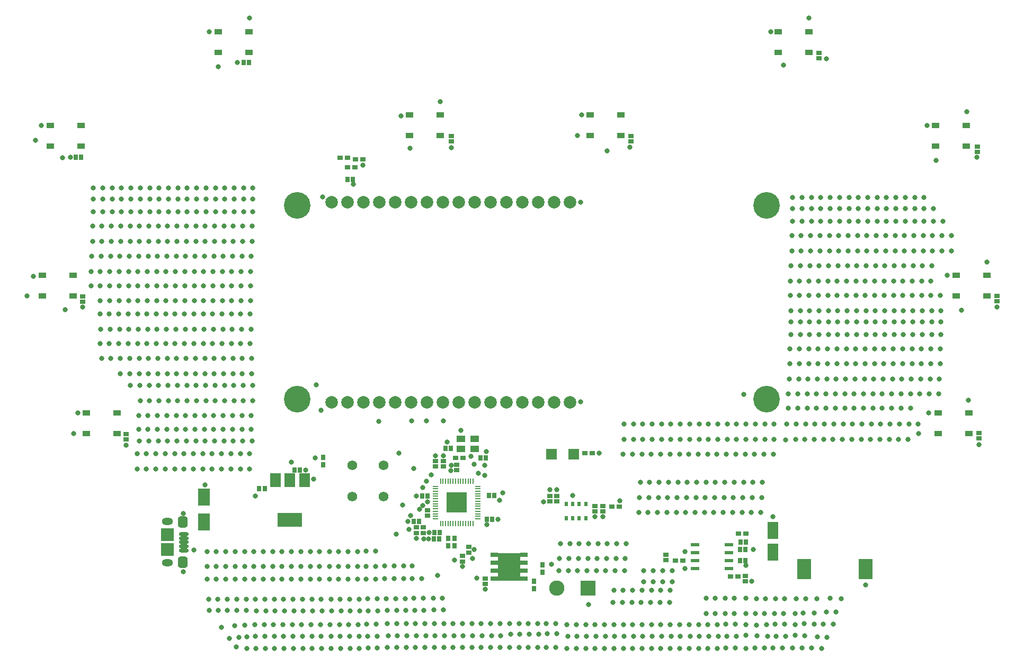
<source format=gbr>
%TF.GenerationSoftware,Altium Limited,Altium Designer,24.6.1 (21)*%
G04 Layer_Color=8388736*
%FSLAX45Y45*%
%MOMM*%
%TF.SameCoordinates,D6E34864-ACFE-43FA-A01B-F9739AC3D18D*%
%TF.FilePolarity,Negative*%
%TF.FileFunction,Soldermask,Top*%
%TF.Part,Single*%
G01*
G75*
%TA.AperFunction,SMDPad,CuDef*%
%ADD10R,0.17780X0.81280*%
%ADD15R,1.46050X0.55880*%
%ADD18R,1.24460X0.93980*%
%ADD25R,0.81280X0.17780*%
%ADD26R,3.20040X3.20040*%
%ADD30R,0.60960X0.71120*%
%ADD31R,1.40000X1.10000*%
%TA.AperFunction,ComponentPad*%
%ADD39C,1.57480*%
%TA.AperFunction,SMDPad,CuDef*%
%ADD58R,0.80320X0.95320*%
%ADD59R,0.80320X0.84320*%
%ADD60R,0.84320X0.80320*%
%ADD61R,0.95320X0.80320*%
%ADD62R,1.80320X2.70320*%
%ADD63R,2.20320X3.20320*%
%ADD64O,1.55320X0.60320*%
%ADD65R,2.00320X2.10320*%
G04:AMPARAMS|DCode=66|XSize=1.8032mm|YSize=1.6032mm|CornerRadius=0.4516mm|HoleSize=0mm|Usage=FLASHONLY|Rotation=90.000|XOffset=0mm|YOffset=0mm|HoleType=Round|Shape=RoundedRectangle|*
%AMROUNDEDRECTD66*
21,1,1.80320,0.70000,0,0,90.0*
21,1,0.90000,1.60320,0,0,90.0*
1,1,0.90320,0.35000,0.45000*
1,1,0.90320,0.35000,-0.45000*
1,1,0.90320,-0.35000,-0.45000*
1,1,0.90320,-0.35000,0.45000*
%
%ADD66ROUNDEDRECTD66*%
%ADD67R,1.90320X2.70320*%
%ADD68R,1.70320X2.20320*%
%ADD69R,4.00320X2.20320*%
%ADD70R,1.16320X0.64320*%
%ADD71R,3.60320X4.50320*%
%ADD72R,1.70320X1.80320*%
%TA.AperFunction,ComponentPad*%
%ADD73C,4.25320*%
%ADD74C,2.00320*%
%ADD75O,1.80320X1.10320*%
%ADD76C,2.45320*%
%ADD77R,2.45320X2.45320*%
%TA.AperFunction,ViaPad*%
%ADD78C,0.80320*%
D10*
X-1098390Y4535650D02*
D03*
X-1298390D02*
D03*
X-1178390Y5216370D02*
D03*
X-858390D02*
D03*
X-898390D02*
D03*
X-938390D02*
D03*
X-978390D02*
D03*
X-1018390D02*
D03*
X-1058390D02*
D03*
X-1138390D02*
D03*
X-1218390D02*
D03*
X-1258390D02*
D03*
X-1298390D02*
D03*
X-1338390D02*
D03*
X-1378390D02*
D03*
Y4535650D02*
D03*
X-1338390D02*
D03*
X-1258390D02*
D03*
X-1218390D02*
D03*
X-1178390D02*
D03*
X-1138390D02*
D03*
X-1058390D02*
D03*
X-1018390D02*
D03*
X-978390D02*
D03*
X-938390D02*
D03*
X-898390D02*
D03*
X-858390D02*
D03*
X-1098390Y5216370D02*
D03*
D15*
X2685895Y4202910D02*
D03*
Y4075910D02*
D03*
Y3948910D02*
D03*
Y3821910D02*
D03*
X3230725D02*
D03*
Y3948910D02*
D03*
Y4075910D02*
D03*
Y4202910D02*
D03*
D18*
X7062950Y5981010D02*
D03*
Y6311010D02*
D03*
X6575270D02*
D03*
Y5981010D02*
D03*
X7355050Y8176910D02*
D03*
Y8506910D02*
D03*
X6867370D02*
D03*
Y8176910D02*
D03*
X6537170Y10576910D02*
D03*
Y10906910D02*
D03*
X7024850D02*
D03*
Y10576910D02*
D03*
X4510250Y12076910D02*
D03*
Y12406910D02*
D03*
X4022570D02*
D03*
Y12076910D02*
D03*
X1500350Y10743510D02*
D03*
Y11073510D02*
D03*
X1012670D02*
D03*
Y10743510D02*
D03*
X-1382550D02*
D03*
Y11073510D02*
D03*
X-1870230D02*
D03*
Y10743510D02*
D03*
X-4443250Y12077010D02*
D03*
Y12407010D02*
D03*
X-4930930D02*
D03*
Y12077010D02*
D03*
X-7122950Y10576910D02*
D03*
Y10906910D02*
D03*
X-7610630D02*
D03*
Y10576910D02*
D03*
X-7249950Y8176910D02*
D03*
Y8506910D02*
D03*
X-7737630D02*
D03*
Y8176910D02*
D03*
X-6551450Y5976910D02*
D03*
Y6306910D02*
D03*
X-7039130D02*
D03*
Y5976910D02*
D03*
D25*
X-778030Y4616010D02*
D03*
Y4656010D02*
D03*
Y4696010D02*
D03*
Y4736010D02*
D03*
Y4776010D02*
D03*
Y4816010D02*
D03*
Y4856010D02*
D03*
Y4896010D02*
D03*
Y4936010D02*
D03*
Y4976010D02*
D03*
Y5016010D02*
D03*
Y5056010D02*
D03*
Y5096010D02*
D03*
Y5136010D02*
D03*
X-1458750D02*
D03*
Y5096010D02*
D03*
Y5056010D02*
D03*
Y5016010D02*
D03*
Y4976010D02*
D03*
Y4936010D02*
D03*
Y4896010D02*
D03*
Y4856010D02*
D03*
Y4816010D02*
D03*
Y4776010D02*
D03*
Y4736010D02*
D03*
Y4696010D02*
D03*
Y4656010D02*
D03*
Y4616010D02*
D03*
D26*
X-1118390Y4876010D02*
D03*
D30*
X944110Y4623280D02*
D03*
X839110D02*
D03*
X734110D02*
D03*
X629110D02*
D03*
Y4849340D02*
D03*
X734110D02*
D03*
X839110D02*
D03*
X944110D02*
D03*
D31*
X-830590Y5735810D02*
D03*
X-1050590Y5895810D02*
D03*
X-830590D02*
D03*
X-1050590Y5735810D02*
D03*
D39*
X-2786790Y4972911D02*
D03*
X-2286790D02*
D03*
Y5472910D02*
D03*
X-2786790D02*
D03*
D58*
X-1155700Y4299300D02*
D03*
Y4184300D02*
D03*
X-1257300Y4299300D02*
D03*
Y4184300D02*
D03*
X-3251990Y5478910D02*
D03*
Y5593910D02*
D03*
X113510Y3497710D02*
D03*
Y3612710D02*
D03*
X253210Y3764410D02*
D03*
Y3879410D02*
D03*
D59*
X-1397000Y4292600D02*
D03*
X-1485000D02*
D03*
X-1391100Y4394200D02*
D03*
X-1479100D02*
D03*
X3497610Y3948910D02*
D03*
X3409610D02*
D03*
X3497610Y4126710D02*
D03*
X3409610D02*
D03*
X3502087Y4244910D02*
D03*
X3414087D02*
D03*
X-4527890Y11911810D02*
D03*
X-4439890D02*
D03*
X-7207590Y10400510D02*
D03*
X-7119590D02*
D03*
X-4275689Y5097610D02*
D03*
X-4187689D02*
D03*
X-3714300Y5397500D02*
D03*
X-3626300D02*
D03*
X-655290Y5587210D02*
D03*
X-743290D02*
D03*
X-1302090Y5739610D02*
D03*
X-1214090D02*
D03*
X-1670390Y4977610D02*
D03*
X-1582390D02*
D03*
X-1809300Y4572000D02*
D03*
X-1721300D02*
D03*
X-603590Y4990310D02*
D03*
X-515590D02*
D03*
X-2864190Y10044910D02*
D03*
X-2776190D02*
D03*
X-641690Y4609310D02*
D03*
X-553690D02*
D03*
D60*
X2221710Y3955710D02*
D03*
Y4043710D02*
D03*
X3491710Y3612810D02*
D03*
Y3700810D02*
D03*
X7225510Y5898810D02*
D03*
Y5986810D02*
D03*
X7517610Y8095910D02*
D03*
Y8183910D02*
D03*
X7200110Y10483510D02*
D03*
Y10571510D02*
D03*
X4672810Y11982110D02*
D03*
Y12070110D02*
D03*
X1662910Y10648610D02*
D03*
Y10736610D02*
D03*
X-1207290Y10648610D02*
D03*
Y10736610D02*
D03*
X-7100090Y8083210D02*
D03*
Y8171210D02*
D03*
X-1118390Y5478810D02*
D03*
Y5390810D02*
D03*
X-1334290Y5454310D02*
D03*
Y5542310D02*
D03*
X-1461290D02*
D03*
Y5454310D02*
D03*
X-1588290Y4754910D02*
D03*
Y4666910D02*
D03*
X-1765300Y4476300D02*
D03*
Y4388300D02*
D03*
X-1651000D02*
D03*
Y4476300D02*
D03*
X-1028700Y3931100D02*
D03*
Y4019100D02*
D03*
X-922683Y4076110D02*
D03*
Y4164111D02*
D03*
X-661190Y3662710D02*
D03*
Y3574710D02*
D03*
X1218410Y4730410D02*
D03*
Y4818410D02*
D03*
X1091410Y4818410D02*
D03*
Y4730410D02*
D03*
X481810Y4983510D02*
D03*
Y4895510D02*
D03*
X367510Y4895510D02*
D03*
Y4983510D02*
D03*
X-6401590Y5974110D02*
D03*
Y5886110D02*
D03*
D61*
X2495110Y3948910D02*
D03*
X2380110D02*
D03*
X3256410Y3694910D02*
D03*
X3371410D02*
D03*
X3498410Y4380710D02*
D03*
X3383410D02*
D03*
X-1137790Y5587210D02*
D03*
X-1022790D02*
D03*
X932310Y5663410D02*
D03*
X1047310D02*
D03*
X1479110Y4812510D02*
D03*
X1364110D02*
D03*
X-2749990Y10235410D02*
D03*
X-2864990D02*
D03*
X-2622990Y10362410D02*
D03*
X-2737990D02*
D03*
X-2864290Y10387810D02*
D03*
X-2979290D02*
D03*
D62*
X3936210Y4078710D02*
D03*
Y4428710D02*
D03*
D63*
X4431510Y3809210D02*
D03*
X5416510D02*
D03*
D64*
X-5478690Y4176010D02*
D03*
Y4111010D02*
D03*
Y4371011D02*
D03*
Y4306010D02*
D03*
Y4241010D02*
D03*
D65*
X-5746190Y4361010D02*
D03*
Y4121010D02*
D03*
D66*
X-5501190Y4561010D02*
D03*
Y3921010D02*
D03*
D67*
X-5156990Y4961710D02*
D03*
Y4561710D02*
D03*
D68*
X-3554600Y5229900D02*
D03*
X-3784600D02*
D03*
X-4014600D02*
D03*
D69*
X-3784600Y4599900D02*
D03*
D70*
X-518190Y3656810D02*
D03*
Y3783810D02*
D03*
Y3910810D02*
D03*
Y4037810D02*
D03*
X-42190D02*
D03*
Y3910810D02*
D03*
Y3783810D02*
D03*
Y3656810D02*
D03*
D71*
X-280190Y3847310D02*
D03*
D72*
X750710Y5650710D02*
D03*
X390710D02*
D03*
D73*
X3834610Y9627010D02*
D03*
X-3665390D02*
D03*
X3834610Y6527010D02*
D03*
X-3665390D02*
D03*
D74*
X694610Y6477010D02*
D03*
X440610D02*
D03*
X186610D02*
D03*
X-67390D02*
D03*
X-321390D02*
D03*
X-575390D02*
D03*
X-829390D02*
D03*
X-1083390D02*
D03*
X-1337390D02*
D03*
X-1591390D02*
D03*
X-1845390D02*
D03*
X-2099390D02*
D03*
X-2353390D02*
D03*
X-2607390D02*
D03*
X-2861390D02*
D03*
X-3115390D02*
D03*
X694610Y9677010D02*
D03*
X440610D02*
D03*
X186610D02*
D03*
X-67390D02*
D03*
X-321390D02*
D03*
X-575390D02*
D03*
X-829390D02*
D03*
X-1083390D02*
D03*
X-1337390D02*
D03*
X-1591390D02*
D03*
X-1845390D02*
D03*
X-2099390D02*
D03*
X-2353390D02*
D03*
X-2607390D02*
D03*
X-2861390D02*
D03*
X-3115390D02*
D03*
D75*
X-5746190Y4571010D02*
D03*
Y3911010D02*
D03*
D76*
X481810Y3504410D02*
D03*
D77*
X981810D02*
D03*
D78*
X989810Y3246506D02*
D03*
X-1981990Y4837910D02*
D03*
X-2044700Y5664200D02*
D03*
X-1713825Y4764748D02*
D03*
X-1856100Y4668857D02*
D03*
X-1658889Y4825179D02*
D03*
X-869729Y3983368D02*
D03*
X-7759700Y10909300D02*
D03*
X-4334604Y4978400D02*
D03*
X-1562100Y4394200D02*
D03*
X-647700Y5689600D02*
D03*
X-431800Y4914900D02*
D03*
X-802790Y3664767D02*
D03*
X393700Y3886200D02*
D03*
X-3404390Y5248214D02*
D03*
X-1568000Y4292600D02*
D03*
X-1423190Y3707610D02*
D03*
X-2083590Y4368010D02*
D03*
X2023847Y3610428D02*
D03*
X2173847D02*
D03*
X2323847D02*
D03*
X1869959Y3609972D02*
D03*
Y3787772D02*
D03*
X2323847Y3788228D02*
D03*
X2173847D02*
D03*
X2023847D02*
D03*
X2279179Y3278421D02*
D03*
X2129179D02*
D03*
X1979179D02*
D03*
X1829179D02*
D03*
X1679179D02*
D03*
X1529179D02*
D03*
X1379179D02*
D03*
X1391879Y3468921D02*
D03*
X1541879D02*
D03*
X1691879D02*
D03*
X1841879D02*
D03*
X1991879D02*
D03*
X2141879D02*
D03*
X2291879D02*
D03*
X512173Y3787776D02*
D03*
X662173D02*
D03*
X812173D02*
D03*
X962173D02*
D03*
X1112173D02*
D03*
X1262173D02*
D03*
X1412173D02*
D03*
X1562173D02*
D03*
X524873Y3978276D02*
D03*
X674873D02*
D03*
X824873D02*
D03*
X974873D02*
D03*
X1124873D02*
D03*
X1274873D02*
D03*
X1424873D02*
D03*
X1574873D02*
D03*
X537573Y4219576D02*
D03*
X687573D02*
D03*
X837573D02*
D03*
X987573D02*
D03*
X1137573D02*
D03*
X1287573D02*
D03*
X1437573D02*
D03*
X1587573D02*
D03*
X4708951Y2540619D02*
D03*
X5026451Y3340719D02*
D03*
X4797851Y2718419D02*
D03*
X4899451Y2934319D02*
D03*
X4937551Y3124819D02*
D03*
X4456344Y3338381D02*
D03*
X4637456Y3337926D02*
D03*
X4303701Y3336655D02*
D03*
X3972589Y3337111D02*
D03*
X4122589D02*
D03*
X3818701Y3336655D02*
D03*
X3668701D02*
D03*
X4445658Y2746678D02*
D03*
X4416835Y3109717D02*
D03*
X4597947Y3109261D02*
D03*
Y2931461D02*
D03*
X4432958Y2937178D02*
D03*
X4121254Y2930871D02*
D03*
X3971254D02*
D03*
X3670932Y2912910D02*
D03*
X3833632Y2925610D02*
D03*
X4286244Y2925154D02*
D03*
Y3102954D02*
D03*
X3955132Y3103410D02*
D03*
X4105132D02*
D03*
X3801244Y3102954D02*
D03*
X3651244D02*
D03*
X3846332Y2735110D02*
D03*
X3683632Y2747810D02*
D03*
X3983954Y2740371D02*
D03*
X4133954D02*
D03*
X4288732Y2750312D02*
D03*
X3501332D02*
D03*
X4847532Y3343308D02*
D03*
X4787110Y3123410D02*
D03*
X4736310Y2932910D02*
D03*
X4644332Y2724912D02*
D03*
X4555432Y2547112D02*
D03*
X4403032D02*
D03*
X4085642Y2552829D02*
D03*
X3935642D02*
D03*
X3648020Y2547568D02*
D03*
X3798020D02*
D03*
X4250632Y2547112D02*
D03*
X-4598190Y2717010D02*
D03*
X-4469933Y2728897D02*
D03*
X-4483333Y3148236D02*
D03*
X-4633333D02*
D03*
X-4783333D02*
D03*
X-4933333D02*
D03*
X-4508733Y2915732D02*
D03*
X-4671433Y2903032D02*
D03*
X-2393846Y2740371D02*
D03*
X-2543846D02*
D03*
X-3131468Y2735110D02*
D03*
X-2981468D02*
D03*
X-2831468D02*
D03*
X-2681468D02*
D03*
X-3285356Y2734654D02*
D03*
X-3435356D02*
D03*
X-3585356D02*
D03*
X-3735356D02*
D03*
X-3885356D02*
D03*
X-4035356D02*
D03*
X-4185356D02*
D03*
X-4335356D02*
D03*
X476354Y2778471D02*
D03*
X326354D02*
D03*
X-261268Y2773210D02*
D03*
X-111268D02*
D03*
X38732D02*
D03*
X188732D02*
D03*
X-415156Y2747354D02*
D03*
X-565156D02*
D03*
X-715156D02*
D03*
X-865156D02*
D03*
X-1015156D02*
D03*
X-1165156D02*
D03*
X-1315156D02*
D03*
X-1465156D02*
D03*
X-1615156D02*
D03*
X-1765156D02*
D03*
X-1915156D02*
D03*
X-2065156D02*
D03*
X-2215156D02*
D03*
X3346554Y2740371D02*
D03*
X3196554D02*
D03*
X2608932Y2735110D02*
D03*
X2758932D02*
D03*
X2908932D02*
D03*
X3058932D02*
D03*
X2455044Y2734654D02*
D03*
X2305044D02*
D03*
X2155044D02*
D03*
X2005044D02*
D03*
X1855044D02*
D03*
X1705044D02*
D03*
X1555044D02*
D03*
X1405044D02*
D03*
X1255044D02*
D03*
X1105044D02*
D03*
X955044D02*
D03*
X805044D02*
D03*
X655044D02*
D03*
X-4476202Y2539414D02*
D03*
X-4641302Y2564814D02*
D03*
X-4755602Y2704514D02*
D03*
X-4882602Y2882314D02*
D03*
X-5077006Y3149014D02*
D03*
X-1483526Y3156843D02*
D03*
X-1333526D02*
D03*
X-1496226Y3347343D02*
D03*
X-1346226D02*
D03*
X-1969429Y3858936D02*
D03*
X-2119429D02*
D03*
X-2269429D02*
D03*
X-1831807Y3864197D02*
D03*
X-1681807Y3660997D02*
D03*
X-1831807D02*
D03*
X-1656407Y3343497D02*
D03*
X-1806407D02*
D03*
X-2244029Y3338236D02*
D03*
X-2094029D02*
D03*
X-1944029D02*
D03*
X-2269429Y3655736D02*
D03*
X-2119429D02*
D03*
X-1969429D02*
D03*
X-1643707Y3152997D02*
D03*
X-1793707D02*
D03*
X-2231329Y3147736D02*
D03*
X-2081329D02*
D03*
X-1931329D02*
D03*
X-2387781Y2547815D02*
D03*
X-2537781D02*
D03*
X-3125404Y2542553D02*
D03*
X-2975404D02*
D03*
X-2825404D02*
D03*
X-2675404D02*
D03*
X-3279292Y2542098D02*
D03*
X-3429292D02*
D03*
X-3579292D02*
D03*
X-3729292D02*
D03*
X-3879292D02*
D03*
X-4029292D02*
D03*
X-4179292D02*
D03*
X-4329292D02*
D03*
X2863844Y3102954D02*
D03*
X3013844D02*
D03*
X2863844Y3344254D02*
D03*
X3013844D02*
D03*
X3317732Y3344710D02*
D03*
X3167732D02*
D03*
X3317732Y3103410D02*
D03*
X3167732D02*
D03*
X3498844Y3344254D02*
D03*
Y3102954D02*
D03*
Y2925154D02*
D03*
Y2544154D02*
D03*
X642344D02*
D03*
X792344D02*
D03*
X942344D02*
D03*
X1092344D02*
D03*
X1242344D02*
D03*
X1392344D02*
D03*
X1542344D02*
D03*
X1692344D02*
D03*
X1842344D02*
D03*
X1992344D02*
D03*
X2142344D02*
D03*
X2292344D02*
D03*
X2442344D02*
D03*
X642344Y2925154D02*
D03*
X792344D02*
D03*
X942344D02*
D03*
X1092344D02*
D03*
X1242344D02*
D03*
X1392344D02*
D03*
X1542344D02*
D03*
X1692344D02*
D03*
X1842344D02*
D03*
X1992344D02*
D03*
X2142344D02*
D03*
X2292344D02*
D03*
X2442344D02*
D03*
X3046232Y2925610D02*
D03*
X2896232D02*
D03*
X2746232D02*
D03*
X2596232D02*
D03*
X3046232Y2544610D02*
D03*
X2896232D02*
D03*
X2746232D02*
D03*
X2596232D02*
D03*
X3183854Y2549871D02*
D03*
X3333854D02*
D03*
X3183854Y2930871D02*
D03*
X3333854D02*
D03*
X-2227856Y2556854D02*
D03*
X-2077856D02*
D03*
X-1927856D02*
D03*
X-1777856D02*
D03*
X-1627856D02*
D03*
X-1477856D02*
D03*
X-1327856D02*
D03*
X-1177856D02*
D03*
X-1027856D02*
D03*
X-877856D02*
D03*
X-727856D02*
D03*
X-577856D02*
D03*
X-427856D02*
D03*
X-2227856Y2937854D02*
D03*
X-2077856D02*
D03*
X-1927856D02*
D03*
X-1777856D02*
D03*
X-1627856D02*
D03*
X-1477856D02*
D03*
X-1327856D02*
D03*
X-1177856D02*
D03*
X-1027856D02*
D03*
X-877856D02*
D03*
X-727856D02*
D03*
X-577856D02*
D03*
X-427856D02*
D03*
X176032Y2938310D02*
D03*
X26032D02*
D03*
X-123968D02*
D03*
X-273968D02*
D03*
X176032Y2557310D02*
D03*
X26032D02*
D03*
X-123968D02*
D03*
X-273968D02*
D03*
X313654Y2562571D02*
D03*
X463654D02*
D03*
X313654Y2943571D02*
D03*
X463654D02*
D03*
X-4348056Y2925154D02*
D03*
X-4198056D02*
D03*
X-4048056D02*
D03*
X-3898056D02*
D03*
X-3748056D02*
D03*
X-3598056D02*
D03*
X-3448056D02*
D03*
X-3298056D02*
D03*
X-4322656Y3141054D02*
D03*
X-4172656D02*
D03*
X-4022656D02*
D03*
X-3872656D02*
D03*
X-3722656D02*
D03*
X-3572656D02*
D03*
X-3422656D02*
D03*
X-3272656D02*
D03*
X-2668768Y3141510D02*
D03*
X-2818768D02*
D03*
X-2968768D02*
D03*
X-3118768D02*
D03*
X-2694168Y2925610D02*
D03*
X-2844168D02*
D03*
X-2994168D02*
D03*
X-3144168D02*
D03*
X-2556546Y2930871D02*
D03*
X-2406546D02*
D03*
X-2531146Y3146771D02*
D03*
X-2381146D02*
D03*
X-5085356Y3331554D02*
D03*
X-4935356D02*
D03*
X-4785356D02*
D03*
X-4635356D02*
D03*
X-4485356D02*
D03*
X-4335356D02*
D03*
X-4185356D02*
D03*
X-4035356D02*
D03*
X-3885356D02*
D03*
X-3735356D02*
D03*
X-3585356D02*
D03*
X-3435356D02*
D03*
X-3285356D02*
D03*
X-5110756Y3649054D02*
D03*
X-4960756D02*
D03*
X-4810756D02*
D03*
X-4660756D02*
D03*
X-4510756D02*
D03*
X-4360756D02*
D03*
X-4210756D02*
D03*
X-4060756D02*
D03*
X-3910756D02*
D03*
X-3760756D02*
D03*
X-3610756D02*
D03*
X-3460756D02*
D03*
X-3310756D02*
D03*
X-2706868Y3649510D02*
D03*
X-2856868D02*
D03*
X-3006868D02*
D03*
X-3156868D02*
D03*
X-2681468Y3332010D02*
D03*
X-2831468D02*
D03*
X-2981468D02*
D03*
X-3131468D02*
D03*
X-2543846Y3337271D02*
D03*
X-2393846D02*
D03*
X-2569246Y3654771D02*
D03*
X-2419246D02*
D03*
Y4099271D02*
D03*
X-2569246D02*
D03*
X-2419246Y3857971D02*
D03*
X-2569246D02*
D03*
X-3156868Y3852710D02*
D03*
X-3006868D02*
D03*
X-2856868D02*
D03*
X-2706868D02*
D03*
X-3156868Y4094010D02*
D03*
X-3006868D02*
D03*
X-2856868D02*
D03*
X-2706868D02*
D03*
X-3310756Y4093554D02*
D03*
X-3460756D02*
D03*
X-3610756D02*
D03*
X-3760756D02*
D03*
X-3910756D02*
D03*
X-4060756D02*
D03*
X-4210756D02*
D03*
X-4360756D02*
D03*
X-4510756D02*
D03*
X-4660756D02*
D03*
X-4810756D02*
D03*
X-4960756D02*
D03*
X-5110756D02*
D03*
X-3310756Y3852254D02*
D03*
X-3460756D02*
D03*
X-3610756D02*
D03*
X-3760756D02*
D03*
X-3910756D02*
D03*
X-4060756D02*
D03*
X-4210756D02*
D03*
X-4360756D02*
D03*
X-4510756D02*
D03*
X-4660756D02*
D03*
X-4810756D02*
D03*
X-4960756D02*
D03*
X-5110756D02*
D03*
X-5322090Y4114010D02*
D03*
X4293776Y5886029D02*
D03*
X4443776D02*
D03*
X4593776D02*
D03*
X4743776D02*
D03*
X4893776D02*
D03*
X5043776D02*
D03*
X5193776D02*
D03*
X5343776D02*
D03*
X5493776D02*
D03*
X5643776D02*
D03*
X5793776D02*
D03*
X5943776D02*
D03*
X6093776D02*
D03*
X4156476Y6127329D02*
D03*
X4306476D02*
D03*
X4456476D02*
D03*
X4606476D02*
D03*
X4756476D02*
D03*
X4906476D02*
D03*
X5056476D02*
D03*
X5206476D02*
D03*
X5356476D02*
D03*
X5506476D02*
D03*
X5656476D02*
D03*
X5806476D02*
D03*
X5956476D02*
D03*
X6106476D02*
D03*
X6256476D02*
D03*
X4139410Y5879310D02*
D03*
X3764773Y5197476D02*
D03*
X3614773D02*
D03*
X3464773D02*
D03*
X3314773D02*
D03*
X3164773D02*
D03*
X3014773D02*
D03*
X2864773D02*
D03*
X2714773D02*
D03*
X2564773D02*
D03*
X2414773D02*
D03*
X2264773D02*
D03*
X2114773D02*
D03*
X1964773D02*
D03*
X1814773D02*
D03*
X3752073Y4956176D02*
D03*
X3602073D02*
D03*
X3452073D02*
D03*
X3302073D02*
D03*
X3152073D02*
D03*
X3002073D02*
D03*
X2852073D02*
D03*
X2702073D02*
D03*
X2552073D02*
D03*
X2402073D02*
D03*
X2252073D02*
D03*
X2102073D02*
D03*
X1952073D02*
D03*
X1802073D02*
D03*
X3739373Y4714876D02*
D03*
X3589373D02*
D03*
X3439373D02*
D03*
X3289373D02*
D03*
X3139373D02*
D03*
X2989373D02*
D03*
X2839373D02*
D03*
X2689373D02*
D03*
X2539373D02*
D03*
X2389373D02*
D03*
X2239373D02*
D03*
X2089373D02*
D03*
X1939373D02*
D03*
X1789373D02*
D03*
X1540276Y5644729D02*
D03*
X1690276D02*
D03*
X1840276D02*
D03*
X1990276D02*
D03*
X2140276D02*
D03*
X2290276D02*
D03*
X2440276D02*
D03*
X2590276D02*
D03*
X2740276D02*
D03*
X2890276D02*
D03*
X3040276D02*
D03*
X3190276D02*
D03*
X3340276D02*
D03*
X3490276D02*
D03*
X3640276D02*
D03*
X3790276D02*
D03*
X3940276D02*
D03*
X1552976Y5886029D02*
D03*
X1702976D02*
D03*
X1852976D02*
D03*
X2002976D02*
D03*
X2152976D02*
D03*
X2302976D02*
D03*
X2452976D02*
D03*
X2602976D02*
D03*
X2752976D02*
D03*
X2902976D02*
D03*
X3052976D02*
D03*
X3202976D02*
D03*
X3352976D02*
D03*
X3502976D02*
D03*
X3652976D02*
D03*
X3802976D02*
D03*
X3952976D02*
D03*
X1552976Y6127329D02*
D03*
X1702976D02*
D03*
X1852976D02*
D03*
X2002976D02*
D03*
X2152976D02*
D03*
X2302976D02*
D03*
X2452976D02*
D03*
X2602976D02*
D03*
X2752976D02*
D03*
X2902976D02*
D03*
X3052976D02*
D03*
X3202976D02*
D03*
X3352976D02*
D03*
X3502976D02*
D03*
X3652976D02*
D03*
X3802976D02*
D03*
X3952976D02*
D03*
X4219976Y7943429D02*
D03*
X4369976D02*
D03*
X4519976D02*
D03*
X4669976D02*
D03*
X4819976D02*
D03*
X4969976D02*
D03*
X5119976D02*
D03*
X5269976D02*
D03*
X5419976D02*
D03*
X5569976D02*
D03*
X5719976D02*
D03*
X5869976D02*
D03*
X6019976D02*
D03*
X6169976D02*
D03*
X6319976D02*
D03*
X6469976D02*
D03*
X6619976D02*
D03*
Y7765629D02*
D03*
X6469976D02*
D03*
X6319976D02*
D03*
X6169976D02*
D03*
X6019976D02*
D03*
X5869976D02*
D03*
X5719976D02*
D03*
X5569976D02*
D03*
X5419976D02*
D03*
X5269976D02*
D03*
X5119976D02*
D03*
X4969976D02*
D03*
X4819976D02*
D03*
X4669976D02*
D03*
X4519976D02*
D03*
X4369976D02*
D03*
X4219976D02*
D03*
X6619976Y7562429D02*
D03*
X6469976D02*
D03*
X6319976D02*
D03*
X6169976D02*
D03*
X6019976D02*
D03*
X5869976D02*
D03*
X5719976D02*
D03*
X5569976D02*
D03*
X5419976D02*
D03*
X5269976D02*
D03*
X5119976D02*
D03*
X4969976D02*
D03*
X4819976D02*
D03*
X4669976D02*
D03*
X4519976D02*
D03*
X4369976D02*
D03*
X4219976D02*
D03*
X6607276Y7333829D02*
D03*
X6457276D02*
D03*
X6307276D02*
D03*
X6157276D02*
D03*
X6007276D02*
D03*
X5857276D02*
D03*
X5707276D02*
D03*
X5557276D02*
D03*
X5407276D02*
D03*
X5257276D02*
D03*
X5107276D02*
D03*
X4957276D02*
D03*
X4807276D02*
D03*
X4657276D02*
D03*
X4507276D02*
D03*
X4357276D02*
D03*
X4207276D02*
D03*
X6607276Y7092529D02*
D03*
X6457276D02*
D03*
X6307276D02*
D03*
X6157276D02*
D03*
X6007276D02*
D03*
X5857276D02*
D03*
X5707276D02*
D03*
X5557276D02*
D03*
X5407276D02*
D03*
X5257276D02*
D03*
X5107276D02*
D03*
X4957276D02*
D03*
X4807276D02*
D03*
X4657276D02*
D03*
X4507276D02*
D03*
X4357276D02*
D03*
X4207276D02*
D03*
X6594576Y6851229D02*
D03*
X6444576D02*
D03*
X6294576D02*
D03*
X6144576D02*
D03*
X5994576D02*
D03*
X5844576D02*
D03*
X5694576D02*
D03*
X5544576D02*
D03*
X5394576D02*
D03*
X5244576D02*
D03*
X5094576D02*
D03*
X4944576D02*
D03*
X4794576D02*
D03*
X4644576D02*
D03*
X4494576D02*
D03*
X4344576D02*
D03*
X4194576D02*
D03*
X6581876Y6609929D02*
D03*
X6431876D02*
D03*
X6281876D02*
D03*
X6131876D02*
D03*
X5981876D02*
D03*
X5831876D02*
D03*
X5681876D02*
D03*
X5531876D02*
D03*
X5381876D02*
D03*
X5231876D02*
D03*
X5081876D02*
D03*
X4931876D02*
D03*
X4781876D02*
D03*
X4631876D02*
D03*
X4481876D02*
D03*
X4331876D02*
D03*
X4181876D02*
D03*
X6131876Y6381329D02*
D03*
X5981876D02*
D03*
X5831876D02*
D03*
X5681876D02*
D03*
X5531876D02*
D03*
X5381876D02*
D03*
X5231876D02*
D03*
X5081876D02*
D03*
X4931876D02*
D03*
X4781876D02*
D03*
X4631876D02*
D03*
X4481876D02*
D03*
X4331876D02*
D03*
X4181876D02*
D03*
X4249210Y9752810D02*
D03*
X4399210D02*
D03*
X4549210D02*
D03*
X4699210D02*
D03*
X4849210D02*
D03*
X4999210D02*
D03*
X5149210D02*
D03*
X5299210D02*
D03*
X5449210D02*
D03*
X5599210D02*
D03*
X5749210D02*
D03*
X5899210D02*
D03*
X6049210D02*
D03*
X6199210D02*
D03*
X6349210D02*
D03*
X6499210Y9575010D02*
D03*
X6349210D02*
D03*
X6199210D02*
D03*
X6049210D02*
D03*
X5899210D02*
D03*
X5749210D02*
D03*
X5599210D02*
D03*
X5449210D02*
D03*
X5299210D02*
D03*
X5149210D02*
D03*
X4999210D02*
D03*
X4849210D02*
D03*
X4699210D02*
D03*
X4549210D02*
D03*
X4399210D02*
D03*
X4249210D02*
D03*
X6649210Y9371810D02*
D03*
X6499210D02*
D03*
X6349210D02*
D03*
X6199210D02*
D03*
X6049210D02*
D03*
X5899210D02*
D03*
X5749210D02*
D03*
X5599210D02*
D03*
X5449210D02*
D03*
X5299210D02*
D03*
X5149210D02*
D03*
X4999210D02*
D03*
X4849210D02*
D03*
X4699210D02*
D03*
X4549210D02*
D03*
X4399210D02*
D03*
X4249210D02*
D03*
X6786510Y9143210D02*
D03*
X6636510D02*
D03*
X6486510D02*
D03*
X6336510D02*
D03*
X6186510D02*
D03*
X6036510D02*
D03*
X5886510D02*
D03*
X5736510D02*
D03*
X5586510D02*
D03*
X5436510D02*
D03*
X5286510D02*
D03*
X5136510D02*
D03*
X4986510D02*
D03*
X4836510D02*
D03*
X4686510D02*
D03*
X4536510D02*
D03*
X4386510D02*
D03*
X4236510D02*
D03*
X6786510Y8901910D02*
D03*
X6636510D02*
D03*
X6486510D02*
D03*
X6336510D02*
D03*
X6186510D02*
D03*
X6036510D02*
D03*
X5886510D02*
D03*
X5736510D02*
D03*
X5586510D02*
D03*
X5436510D02*
D03*
X5286510D02*
D03*
X5136510D02*
D03*
X4986510D02*
D03*
X4836510D02*
D03*
X4686510D02*
D03*
X4536510D02*
D03*
X4386510D02*
D03*
X4236510D02*
D03*
X6473810Y8660610D02*
D03*
X6323810D02*
D03*
X6173810D02*
D03*
X6023810D02*
D03*
X5873810D02*
D03*
X5723810D02*
D03*
X5573810D02*
D03*
X5423810D02*
D03*
X5273810D02*
D03*
X5123810D02*
D03*
X4973810D02*
D03*
X4823810D02*
D03*
X4673810D02*
D03*
X4523810D02*
D03*
X4373810D02*
D03*
X4223810D02*
D03*
X6461110Y8419310D02*
D03*
X6311110D02*
D03*
X6161110D02*
D03*
X6011110D02*
D03*
X5861110D02*
D03*
X5711110D02*
D03*
X5561110D02*
D03*
X5411110D02*
D03*
X5261110D02*
D03*
X5111110D02*
D03*
X4961110D02*
D03*
X4811110D02*
D03*
X4661110D02*
D03*
X4511110D02*
D03*
X4361110D02*
D03*
X4211110D02*
D03*
X6611110Y8190710D02*
D03*
X6461110D02*
D03*
X6311110D02*
D03*
X6161110D02*
D03*
X6011110D02*
D03*
X5861110D02*
D03*
X5711110D02*
D03*
X5561110D02*
D03*
X5411110D02*
D03*
X5261110D02*
D03*
X5111110D02*
D03*
X4961110D02*
D03*
X4811110D02*
D03*
X4661110D02*
D03*
X4511110D02*
D03*
X4361110D02*
D03*
X4211110D02*
D03*
X-6228356Y5414354D02*
D03*
X-6078356D02*
D03*
X-5928356D02*
D03*
X-5778356D02*
D03*
X-5628356D02*
D03*
X-5478356D02*
D03*
X-5328356D02*
D03*
X-5178356D02*
D03*
X-5028356D02*
D03*
X-4878356D02*
D03*
X-4728356D02*
D03*
X-4578356D02*
D03*
X-4428356D02*
D03*
X-6228356Y5655654D02*
D03*
X-6078356D02*
D03*
X-5928356D02*
D03*
X-5778356D02*
D03*
X-5628356D02*
D03*
X-5478356D02*
D03*
X-5328356D02*
D03*
X-5178356D02*
D03*
X-5028356D02*
D03*
X-4878356D02*
D03*
X-4728356D02*
D03*
X-4578356D02*
D03*
X-4428356D02*
D03*
X-6190256Y5858854D02*
D03*
X-6040256D02*
D03*
X-5890256D02*
D03*
X-5740256D02*
D03*
X-5590256D02*
D03*
X-5440256D02*
D03*
X-5290256D02*
D03*
X-5140256D02*
D03*
X-4990256D02*
D03*
X-4840256D02*
D03*
X-4690256D02*
D03*
X-4540256D02*
D03*
X-4390256D02*
D03*
X-6202956Y6049354D02*
D03*
X-6052956D02*
D03*
X-5902956D02*
D03*
X-5752956D02*
D03*
X-5602956D02*
D03*
X-5452956D02*
D03*
X-5302956D02*
D03*
X-5152956D02*
D03*
X-5002956D02*
D03*
X-4852956D02*
D03*
X-4702956D02*
D03*
X-4552956D02*
D03*
X-4402956D02*
D03*
X-6202956Y6265254D02*
D03*
X-6052956D02*
D03*
X-5902956D02*
D03*
X-5752956D02*
D03*
X-5602956D02*
D03*
X-5452956D02*
D03*
X-5302956D02*
D03*
X-5152956D02*
D03*
X-5002956D02*
D03*
X-4852956D02*
D03*
X-4702956D02*
D03*
X-4552956D02*
D03*
X-4402956D02*
D03*
X-4378758Y6504949D02*
D03*
X-4528758D02*
D03*
X-4678758D02*
D03*
X-4828758D02*
D03*
X-4978758D02*
D03*
X-5128758D02*
D03*
X-5278758D02*
D03*
X-5428758D02*
D03*
X-5578758D02*
D03*
X-5728758D02*
D03*
X-5878758D02*
D03*
X-6028758D02*
D03*
X-6178758D02*
D03*
X-6333307Y6746827D02*
D03*
X-6183307D02*
D03*
X-6033307D02*
D03*
X-5883307D02*
D03*
X-5733307D02*
D03*
X-5583307D02*
D03*
X-5433307D02*
D03*
X-5283307D02*
D03*
X-5133307D02*
D03*
X-4983307D02*
D03*
X-4833307D02*
D03*
X-4683307D02*
D03*
X-4533307D02*
D03*
X-4383307D02*
D03*
X-4396007Y6937327D02*
D03*
X-4546007D02*
D03*
X-4696007D02*
D03*
X-4846007D02*
D03*
X-4996007D02*
D03*
X-5146007D02*
D03*
X-5296007D02*
D03*
X-5446007D02*
D03*
X-5596007D02*
D03*
X-5746007D02*
D03*
X-5896007D02*
D03*
X-6046007D02*
D03*
X-6196007D02*
D03*
X-6346007D02*
D03*
X-6496007D02*
D03*
X-4396007Y7178627D02*
D03*
X-4546007D02*
D03*
X-4696007D02*
D03*
X-4846007D02*
D03*
X-4996007D02*
D03*
X-5146007D02*
D03*
X-5296007D02*
D03*
X-5446007D02*
D03*
X-5596007D02*
D03*
X-5746007D02*
D03*
X-5896007D02*
D03*
X-6046007D02*
D03*
X-6196007D02*
D03*
X-6346007D02*
D03*
X-6496007D02*
D03*
X-6646007D02*
D03*
X-6796007D02*
D03*
X-4421407Y7419927D02*
D03*
X-4571407D02*
D03*
X-4721407D02*
D03*
X-4871407D02*
D03*
X-5021407D02*
D03*
X-5171407D02*
D03*
X-5321407D02*
D03*
X-5471407D02*
D03*
X-5621407D02*
D03*
X-5771407D02*
D03*
X-5921407D02*
D03*
X-6071407D02*
D03*
X-6221407D02*
D03*
X-6371407D02*
D03*
X-6521407D02*
D03*
X-6671407D02*
D03*
X-6821407D02*
D03*
X-4408707Y7648527D02*
D03*
X-4558707D02*
D03*
X-4708707D02*
D03*
X-4858707D02*
D03*
X-5008707D02*
D03*
X-5158707D02*
D03*
X-5308707D02*
D03*
X-5458707D02*
D03*
X-5608707D02*
D03*
X-5758707D02*
D03*
X-5908707D02*
D03*
X-6058707D02*
D03*
X-6208707D02*
D03*
X-6358707D02*
D03*
X-6508707D02*
D03*
X-6658707D02*
D03*
X-6808707D02*
D03*
X-4421407Y7889827D02*
D03*
X-4571407D02*
D03*
X-4721407D02*
D03*
X-4871407D02*
D03*
X-5021407D02*
D03*
X-5171407D02*
D03*
X-5321407D02*
D03*
X-5471407D02*
D03*
X-5621407D02*
D03*
X-5771407D02*
D03*
X-5921407D02*
D03*
X-6071407D02*
D03*
X-6221407D02*
D03*
X-6371407D02*
D03*
X-6521407D02*
D03*
X-6671407D02*
D03*
X-6821407D02*
D03*
X-6814890Y8101810D02*
D03*
X-6664890D02*
D03*
X-6514890D02*
D03*
X-6364890D02*
D03*
X-6214890D02*
D03*
X-6064890D02*
D03*
X-5914890D02*
D03*
X-5764890D02*
D03*
X-5614890D02*
D03*
X-5464890D02*
D03*
X-5314890D02*
D03*
X-5164890D02*
D03*
X-5014890D02*
D03*
X-4864890D02*
D03*
X-4714890D02*
D03*
X-4564890D02*
D03*
X-4414890D02*
D03*
X-6964890Y8343110D02*
D03*
X-6814890D02*
D03*
X-6664890D02*
D03*
X-6514890D02*
D03*
X-6364890D02*
D03*
X-6214890D02*
D03*
X-6064890D02*
D03*
X-5914890D02*
D03*
X-5764890D02*
D03*
X-5614890D02*
D03*
X-5464890D02*
D03*
X-5314890D02*
D03*
X-5164890D02*
D03*
X-5014890D02*
D03*
X-4864890D02*
D03*
X-4714890D02*
D03*
X-4564890D02*
D03*
X-4414890D02*
D03*
X-6964890Y8571710D02*
D03*
X-6814890D02*
D03*
X-6664890D02*
D03*
X-6514890D02*
D03*
X-6364890D02*
D03*
X-6214890D02*
D03*
X-6064890D02*
D03*
X-5914890D02*
D03*
X-5764890D02*
D03*
X-5614890D02*
D03*
X-5464890D02*
D03*
X-5314890D02*
D03*
X-5164890D02*
D03*
X-5014890D02*
D03*
X-4864890D02*
D03*
X-4714890D02*
D03*
X-4564890D02*
D03*
X-4414890D02*
D03*
X-6952190Y8813010D02*
D03*
X-6802190D02*
D03*
X-6652190D02*
D03*
X-6502190D02*
D03*
X-6352190D02*
D03*
X-6202190D02*
D03*
X-6052190D02*
D03*
X-5902190D02*
D03*
X-5752190D02*
D03*
X-5602190D02*
D03*
X-5452190D02*
D03*
X-5302190D02*
D03*
X-5152190D02*
D03*
X-5002190D02*
D03*
X-4852190D02*
D03*
X-4702190D02*
D03*
X-4552190D02*
D03*
X-4402190D02*
D03*
X-6939490Y9054310D02*
D03*
X-6789490D02*
D03*
X-6639490D02*
D03*
X-6489490D02*
D03*
X-6339490D02*
D03*
X-6189490D02*
D03*
X-6039490D02*
D03*
X-5889490D02*
D03*
X-5739490D02*
D03*
X-5589490D02*
D03*
X-5439490D02*
D03*
X-5289490D02*
D03*
X-5139490D02*
D03*
X-4989490D02*
D03*
X-4839490D02*
D03*
X-4689490D02*
D03*
X-4539490D02*
D03*
X-4389490D02*
D03*
X-6939490Y9295610D02*
D03*
X-6789490D02*
D03*
X-6639490D02*
D03*
X-6489490D02*
D03*
X-6339490D02*
D03*
X-6189490D02*
D03*
X-6039490D02*
D03*
X-5889490D02*
D03*
X-5739490D02*
D03*
X-5589490D02*
D03*
X-5439490D02*
D03*
X-5289490D02*
D03*
X-5139490D02*
D03*
X-4989490D02*
D03*
X-4839490D02*
D03*
X-4689490D02*
D03*
X-4539490D02*
D03*
X-4389490D02*
D03*
X-6926790Y9524210D02*
D03*
X-6776790D02*
D03*
X-6626790D02*
D03*
X-6476790D02*
D03*
X-6326790D02*
D03*
X-6176790D02*
D03*
X-6026790D02*
D03*
X-5876790D02*
D03*
X-5726790D02*
D03*
X-5576790D02*
D03*
X-5426790D02*
D03*
X-5276790D02*
D03*
X-5126790D02*
D03*
X-4976790D02*
D03*
X-4826790D02*
D03*
X-4676790D02*
D03*
X-4526790D02*
D03*
X-4376790D02*
D03*
X-6926790Y9727410D02*
D03*
X-6776790D02*
D03*
X-6626790D02*
D03*
X-6476790D02*
D03*
X-6326790D02*
D03*
X-6176790D02*
D03*
X-6026790D02*
D03*
X-5876790D02*
D03*
X-5726790D02*
D03*
X-5576790D02*
D03*
X-5426790D02*
D03*
X-5276790D02*
D03*
X-5126790D02*
D03*
X-4976790D02*
D03*
X-4826790D02*
D03*
X-4676790D02*
D03*
X-4526790D02*
D03*
X-4376790D02*
D03*
Y9905210D02*
D03*
X-4526790D02*
D03*
X-4676790D02*
D03*
X-4826790D02*
D03*
X-4976790D02*
D03*
X-5126790D02*
D03*
X-5276790D02*
D03*
X-5426790D02*
D03*
X-5576790D02*
D03*
X-5726790D02*
D03*
X-5876790D02*
D03*
X-6026790D02*
D03*
X-6176790D02*
D03*
X-6326790D02*
D03*
X-6476790D02*
D03*
X-6626790D02*
D03*
X-6776790D02*
D03*
X-6926790D02*
D03*
X-838649Y4122521D02*
D03*
X-1155700Y3959450D02*
D03*
X3504410Y3869410D02*
D03*
X3618710Y4126710D02*
D03*
X3936210Y4647410D02*
D03*
X5416056Y3555210D02*
D03*
X1154910Y5663410D02*
D03*
X735810Y4990310D02*
D03*
X-1605080Y5214820D02*
D03*
X-1524790Y5320510D02*
D03*
X-1334290Y5625310D02*
D03*
X-1216314Y5384010D02*
D03*
X-1664490Y5117310D02*
D03*
X-838990Y5485610D02*
D03*
X-775490Y5345910D02*
D03*
X-381790Y5028410D02*
D03*
X-3378990Y5587210D02*
D03*
X-7417590Y10387810D02*
D03*
X-4623590Y11911810D02*
D03*
X-3530600Y5397500D02*
D03*
X-5144290Y5155410D02*
D03*
X-5487190Y4698210D02*
D03*
Y3771110D02*
D03*
X-6401590Y5790410D02*
D03*
X-7176290Y6311110D02*
D03*
X-7100090Y8000210D02*
D03*
X-7887490Y8495510D02*
D03*
X-7290590Y10400510D02*
D03*
X-5074144Y12407110D02*
D03*
X875610Y11073510D02*
D03*
X1644156Y10558999D02*
D03*
X3898310Y12406910D02*
D03*
X4787110Y11975310D02*
D03*
X6400010Y10908510D02*
D03*
X7194056Y10400510D02*
D03*
X6717510Y8508210D02*
D03*
X7517610Y8000210D02*
D03*
X6425410Y6311110D02*
D03*
X7225510Y5803110D02*
D03*
X3593310Y3618710D02*
D03*
X856756Y6488910D02*
D03*
Y9676610D02*
D03*
X-1207290Y10552910D02*
D03*
X-2013444Y11060910D02*
D03*
X-2616990Y10273510D02*
D03*
X-2775444Y9968710D02*
D03*
X-3264690Y9765510D02*
D03*
X-3290090Y6349210D02*
D03*
X-1600990Y6184110D02*
D03*
X-1842290D02*
D03*
X1091410Y4647410D02*
D03*
X2526510Y3821910D02*
D03*
Y4088610D02*
D03*
X265910Y4888710D02*
D03*
X-1207290Y5472910D02*
D03*
X-895844Y5612610D02*
D03*
X-638740Y4523361D02*
D03*
X-661190Y3491710D02*
D03*
X-1026033Y3856368D02*
D03*
X-1879600Y4445000D02*
D03*
X-1646811Y4295605D02*
D03*
X-1765300Y4305300D02*
D03*
X-1900811Y4575005D02*
D03*
X-1766090Y4977610D02*
D03*
X-1588290Y4888710D02*
D03*
X1485110Y4901410D02*
D03*
X1218410Y4647410D02*
D03*
X481810Y5079210D02*
D03*
X367510D02*
D03*
X-457990Y4609310D02*
D03*
X-1270790Y5842265D02*
D03*
X-1461290Y5625310D02*
D03*
X6260310Y5980910D02*
D03*
X3466310Y6603210D02*
D03*
X-3366290Y6755610D02*
D03*
X7060410Y6514310D02*
D03*
X-3759200Y5524500D02*
D03*
X-1054890Y6031710D02*
D03*
X-7239790Y5980910D02*
D03*
X1281910Y10502110D02*
D03*
X-7379490Y7962110D02*
D03*
X-7989090Y8178010D02*
D03*
X-7849390Y10667210D02*
D03*
X-4433090Y12623010D02*
D03*
X-4928390Y11848310D02*
D03*
X-1385090Y11289510D02*
D03*
X-1867690Y10540210D02*
D03*
X812010Y10743410D02*
D03*
X4507710Y12623010D02*
D03*
X4101310Y11873710D02*
D03*
X7035010Y11124410D02*
D03*
X6539710Y10349710D02*
D03*
X7352510Y8724110D02*
D03*
X6946110Y7949410D02*
D03*
X-1804190Y5422110D02*
D03*
X-2362990Y6171410D02*
D03*
X-673890Y5472910D02*
D03*
Y5307810D02*
D03*
X-1334290Y6184110D02*
D03*
%TF.MD5,4d947db0c14a0fdb1bc91de3a0c5b59e*%
M02*

</source>
